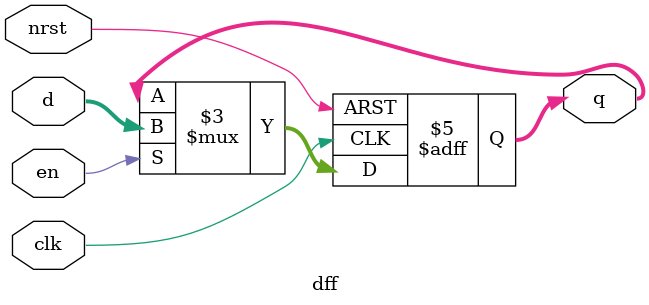
<source format=v>
module dff 
	#(parameter M = 8)
	(
	input clk, nrst, en,
	input [M-1:0] d,
	output reg [M-1:0] q
	);

	always @(posedge clk, negedge nrst)
		if(!nrst)
			q <= 0;
		else if (en)
			q <= d;

endmodule

</source>
